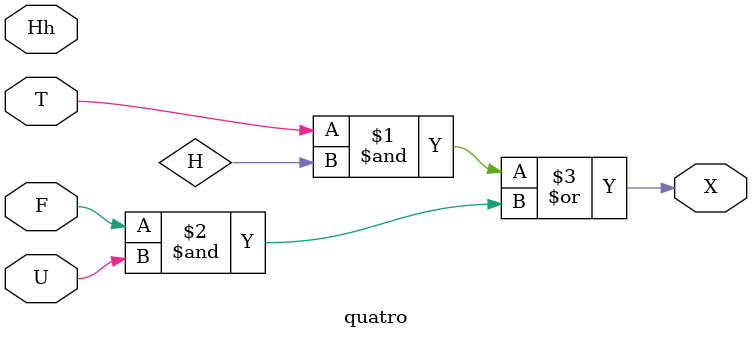
<source format=sv>
module quatro(
    input logic T,
    input logic Hh,
    input logic F,
    input logic U,
    output logic X
);
assign X=(T&H)|(F&U);
endmodule
</source>
